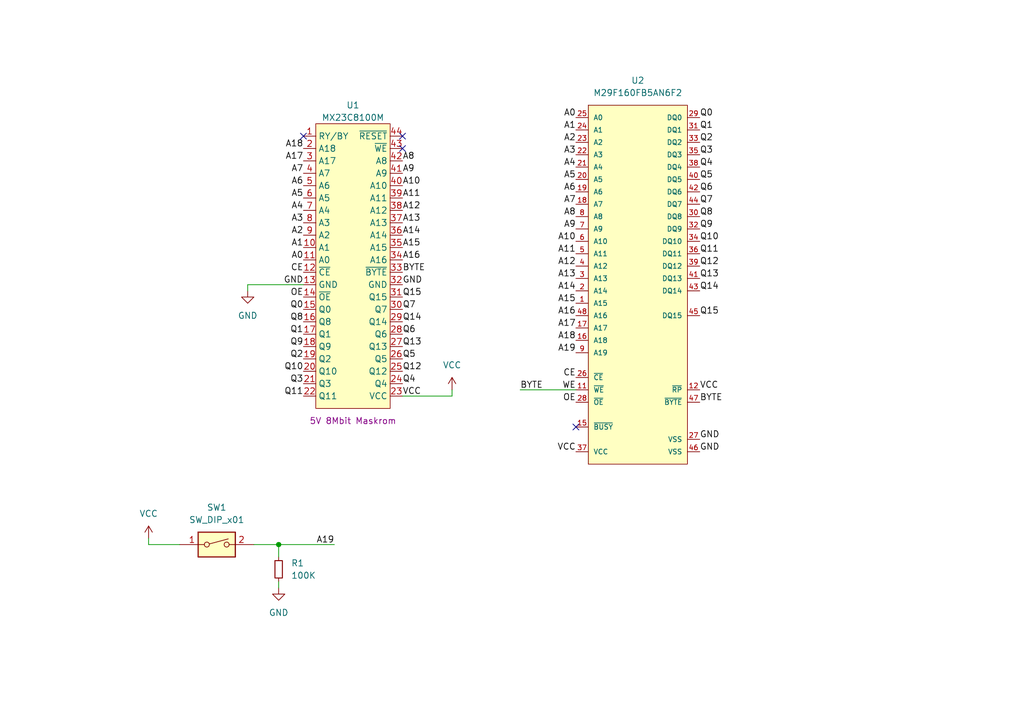
<source format=kicad_sch>
(kicad_sch (version 20230121) (generator eeschema)
  (paper "A5")
  (lib_symbols
    (symbol "Device:R_Small" (pin_numbers hide) (pin_names (offset 0.254) hide)
      (property "Reference" "R" (at 0.762 0.508 0))
      (property "Value" "R_Small" (at 0.762 -1.016 0))
      (symbol "R_Small_0_1"
        (rectangle (start -0.762 1.778) (end 0.762 -1.778) (stroke (width 0.2032)))
      )
      (symbol "R_Small_1_1"
        (pin passive line (at 0 2.54 270) (length 0.762) (name "~") (number "1"))
        (pin passive line (at 0 -2.54 90) (length 0.762) (name "~") (number "2"))
      )
    )
    (symbol "QChord_FLASH:M29F160FB5AN6F2" (pin_names (offset 1.016))
      (property "Reference" "U" (at 0 5.08 0))
      (property "Value" "M29F160FB5AN6F2" (at 0 7.62 0))
      (symbol "M29F160FB5AN6F2_1_1"
        (rectangle (start 5.08 2.54) (end 25.4 -71.12) (fill (type background)))
        (pin input line (at 2.54 -38.1 0) (length 2.54) (name "A15") (number "1"))
        (pin no_connect line (at 27.94 -45.72 180) (length 2.54) hide (name "NC") (number "10"))
        (pin input line (at 2.54 -55.88 0) (length 2.54) (name "~{WE}") (number "11"))
        (pin input line (at 27.94 -55.88 180) (length 2.54) (name "~{RP}") (number "12"))
        (pin no_connect line (at 27.94 -48.26 180) (length 2.54) hide (name "NC") (number "13"))
        (pin no_connect line (at 27.94 -50.8 180) (length 2.54) hide (name "NC") (number "14"))
        (pin passive line (at 2.54 -63.5 0) (length 2.54) (name "~{BUSY}") (number "15"))
        (pin input line (at 2.54 -45.72 0) (length 2.54) (name "A18") (number "16"))
        (pin input line (at 2.54 -43.18 0) (length 2.54) (name "A17") (number "17"))
        (pin input line (at 2.54 -17.78 0) (length 2.54) (name "A7") (number "18"))
        (pin input line (at 2.54 -15.24 0) (length 2.54) (name "A6") (number "19"))
        (pin input line (at 2.54 -35.56 0) (length 2.54) (name "A14") (number "2"))
        (pin input line (at 2.54 -12.7 0) (length 2.54) (name "A5") (number "20"))
        (pin input line (at 2.54 -10.16 0) (length 2.54) (name "A4") (number "21"))
        (pin input line (at 2.54 -7.62 0) (length 2.54) (name "A3") (number "22"))
        (pin input line (at 2.54 -5.08 0) (length 2.54) (name "A2") (number "23"))
        (pin input line (at 2.54 -2.54 0) (length 2.54) (name "A1") (number "24"))
        (pin input line (at 2.54 0 0) (length 2.54) (name "A0") (number "25"))
        (pin input line (at 2.54 -53.34 0) (length 2.54) (name "~{CE}") (number "26"))
        (pin power_in line (at 27.94 -66.04 180) (length 2.54) (name "VSS") (number "27"))
        (pin input line (at 2.54 -58.42 0) (length 2.54) (name "~{OE}") (number "28"))
        (pin bidirectional line (at 27.94 0 180) (length 2.54) (name "DQ0") (number "29"))
        (pin input line (at 2.54 -33.02 0) (length 2.54) (name "A13") (number "3"))
        (pin bidirectional line (at 27.94 -20.32 180) (length 2.54) (name "DQ8") (number "30"))
        (pin bidirectional line (at 27.94 -2.54 180) (length 2.54) (name "DQ1") (number "31"))
        (pin bidirectional line (at 27.94 -22.86 180) (length 2.54) (name "DQ9") (number "32"))
        (pin bidirectional line (at 27.94 -5.08 180) (length 2.54) (name "DQ2") (number "33"))
        (pin bidirectional line (at 27.94 -25.4 180) (length 2.54) (name "DQ10") (number "34"))
        (pin bidirectional line (at 27.94 -7.62 180) (length 2.54) (name "DQ3") (number "35"))
        (pin bidirectional line (at 27.94 -27.94 180) (length 2.54) (name "DQ11") (number "36"))
        (pin power_in line (at 2.54 -68.58 0) (length 2.54) (name "VCC") (number "37"))
        (pin bidirectional line (at 27.94 -10.16 180) (length 2.54) (name "DQ4") (number "38"))
        (pin bidirectional line (at 27.94 -30.48 180) (length 2.54) (name "DQ12") (number "39"))
        (pin input line (at 2.54 -30.48 0) (length 2.54) (name "A12") (number "4"))
        (pin bidirectional line (at 27.94 -12.7 180) (length 2.54) (name "DQ5") (number "40"))
        (pin bidirectional line (at 27.94 -33.02 180) (length 2.54) (name "DQ13") (number "41"))
        (pin bidirectional line (at 27.94 -15.24 180) (length 2.54) (name "DQ6") (number "42"))
        (pin bidirectional line (at 27.94 -35.56 180) (length 2.54) (name "DQ14") (number "43"))
        (pin bidirectional line (at 27.94 -17.78 180) (length 2.54) (name "DQ7") (number "44"))
        (pin bidirectional line (at 27.94 -40.64 180) (length 2.54) (name "DQ15") (number "45"))
        (pin power_in line (at 27.94 -68.58 180) (length 2.54) (name "VSS") (number "46"))
        (pin input line (at 27.94 -58.42 180) (length 2.54) (name "~{BYTE}") (number "47"))
        (pin input line (at 2.54 -40.64 0) (length 2.54) (name "A16") (number "48"))
        (pin input line (at 2.54 -27.94 0) (length 2.54) (name "A11") (number "5"))
        (pin input line (at 2.54 -25.4 0) (length 2.54) (name "A10") (number "6"))
        (pin input line (at 2.54 -22.86 0) (length 2.54) (name "A9") (number "7"))
        (pin input line (at 2.54 -20.32 0) (length 2.54) (name "A8") (number "8"))
        (pin input line (at 2.54 -48.26 0) (length 2.54) (name "A19") (number "9"))
      )
    )
    (symbol "QChord_Soundbank:GM23C8100"
      (property "Reference" "U" (at 7.62 2.54 0))
      (property "Value" "8Mbit ROM" (at 7.62 0 0))
      (symbol "GM23C8100_1_1"
        (rectangle (start 0 -1.27) (end 15.24 -59.69) (fill (type background)))
        (pin input line (at -2.54 -3.81 0) (length 2.54) (name "RY/BY") (number "1"))
        (pin input line (at -2.54 -26.67 0) (length 2.54) (name "A1") (number "10"))
        (pin input line (at -2.54 -29.21 0) (length 2.54) (name "A0") (number "11"))
        (pin input line (at -2.54 -31.75 0) (length 2.54) (name "~{CE}") (number "12"))
        (pin input line (at -2.54 -34.29 0) (length 2.54) (name "GND") (number "13"))
        (pin input line (at -2.54 -36.83 0) (length 2.54) (name "~{OE}") (number "14"))
        (pin input line (at -2.54 -39.37 0) (length 2.54) (name "Q0") (number "15"))
        (pin input line (at -2.54 -41.91 0) (length 2.54) (name "Q8") (number "16"))
        (pin input line (at -2.54 -44.45 0) (length 2.54) (name "Q1") (number "17"))
        (pin input line (at -2.54 -46.99 0) (length 2.54) (name "Q9") (number "18"))
        (pin input line (at -2.54 -49.53 0) (length 2.54) (name "Q2") (number "19"))
        (pin input line (at -2.54 -6.35 0) (length 2.54) (name "A18") (number "2"))
        (pin input line (at -2.54 -52.07 0) (length 2.54) (name "Q10") (number "20"))
        (pin input line (at -2.54 -54.61 0) (length 2.54) (name "Q3") (number "21"))
        (pin input line (at -2.54 -57.15 0) (length 2.54) (name "Q11") (number "22"))
        (pin input line (at 17.78 -57.15 180) (length 2.54) (name "VCC") (number "23"))
        (pin input line (at 17.78 -54.61 180) (length 2.54) (name "Q4") (number "24"))
        (pin input line (at 17.78 -52.07 180) (length 2.54) (name "Q12") (number "25"))
        (pin input line (at 17.78 -49.53 180) (length 2.54) (name "Q5") (number "26"))
        (pin input line (at 17.78 -46.99 180) (length 2.54) (name "Q13") (number "27"))
        (pin input line (at 17.78 -44.45 180) (length 2.54) (name "Q6") (number "28"))
        (pin input line (at 17.78 -41.91 180) (length 2.54) (name "Q14") (number "29"))
        (pin input line (at -2.54 -8.89 0) (length 2.54) (name "A17") (number "3"))
        (pin input line (at 17.78 -39.37 180) (length 2.54) (name "Q7") (number "30"))
        (pin input line (at 17.78 -36.83 180) (length 2.54) (name "Q15") (number "31"))
        (pin input line (at 17.78 -34.29 180) (length 2.54) (name "GND") (number "32"))
        (pin input line (at 17.78 -31.75 180) (length 2.54) (name "~{BYTE}") (number "33"))
        (pin input line (at 17.78 -29.21 180) (length 2.54) (name "A16") (number "34"))
        (pin input line (at 17.78 -26.67 180) (length 2.54) (name "A15") (number "35"))
        (pin input line (at 17.78 -24.13 180) (length 2.54) (name "A14") (number "36"))
        (pin input line (at 17.78 -21.59 180) (length 2.54) (name "A13") (number "37"))
        (pin input line (at 17.78 -19.05 180) (length 2.54) (name "A12") (number "38"))
        (pin input line (at 17.78 -16.51 180) (length 2.54) (name "A11") (number "39"))
        (pin input line (at -2.54 -11.43 0) (length 2.54) (name "A7") (number "4"))
        (pin input line (at 17.78 -13.97 180) (length 2.54) (name "A10") (number "40"))
        (pin input line (at 17.78 -11.43 180) (length 2.54) (name "A9") (number "41"))
        (pin input line (at 17.78 -8.89 180) (length 2.54) (name "A8") (number "42"))
        (pin input line (at 17.78 -6.35 180) (length 2.54) (name "~{WE}") (number "43"))
        (pin input line (at 17.78 -3.81 180) (length 2.54) (name "~{RESET}") (number "44"))
        (pin input line (at -2.54 -13.97 0) (length 2.54) (name "A6") (number "5"))
        (pin input line (at -2.54 -16.51 0) (length 2.54) (name "A5") (number "6"))
        (pin input line (at -2.54 -19.05 0) (length 2.54) (name "A4") (number "7"))
        (pin input line (at -2.54 -21.59 0) (length 2.54) (name "A3") (number "8"))
        (pin input line (at -2.54 -24.13 0) (length 2.54) (name "A2") (number "9"))
      )
    )
    (symbol "Switch:SW_DIP_x01" (pin_names (offset 0) hide)
      (property "Reference" "SW" (at 0 3.81 0))
      (property "Value" "SW_DIP_x01" (at 0 -3.81 0))
      (symbol "SW_DIP_x01_0_0"
        (circle (center -2.032 0) (radius 0.508))
        (polyline (pts (xy -1.524 0.127) (xy 2.3622 1.1684)))
        (circle (center 2.032 0) (radius 0.508))
      )
      (symbol "SW_DIP_x01_0_1"
        (rectangle (start -3.81 2.54) (end 3.81 -2.54) (stroke (width 0.254)) (fill (type background)))
      )
      (symbol "SW_DIP_x01_1_1"
        (pin passive line (at -7.62 0 0) (length 5.08) (name "~") (number "1"))
        (pin passive line (at 7.62 0 180) (length 5.08) (name "~") (number "2"))
      )
    )
    (symbol "power:GND" (power) (pin_names (offset 0))
      (property "Value" "GND" (at 0 -3.81 0))
      (symbol "GND_0_1"
        (polyline (pts (xy 0 0) (xy 0 -1.27) (xy 1.27 -1.27) (xy 0 -2.54) (xy -1.27 -1.27) (xy 0 -1.27)))
      )
      (symbol "GND_1_1"
        (pin power_in line (at 0 0 270) (length 0) hide (name "GND") (number "1"))
      )
    )
    (symbol "power:VCC" (power) (pin_names (offset 0))
      (property "Value" "VCC" (at 0 3.81 0))
      (symbol "VCC_0_1"
        (polyline (pts (xy -0.762 1.27) (xy 0 2.54)))
        (polyline (pts (xy 0 0) (xy 0 2.54)))
        (polyline (pts (xy 0 2.54) (xy 0.762 1.27)))
      )
      (symbol "VCC_1_1"
        (pin power_in line (at 0 0 90) (length 0) hide (name "VCC") (number "1"))
      )
    )
  )
  (junction (at 57.15 111.76))
  (no_connect (at 82.55 27.94))
  (no_connect (at 118.11 87.63))
  (no_connect (at 62.23 27.94))
  (no_connect (at 82.55 30.48))
  (wire (pts (xy 30.48 111.76) (xy 36.83 111.76)))
  (wire (pts (xy 57.15 119.38) (xy 57.15 120.65)))
  (wire (pts (xy 50.8 58.42) (xy 62.23 58.42)))
  (wire (pts (xy 52.07 111.76) (xy 57.15 111.76)))
  (wire (pts (xy 92.71 80.01) (xy 92.71 81.28)))
  (wire (pts (xy 50.8 59.69) (xy 50.8 58.42)))
  (wire (pts (xy 57.15 111.76) (xy 68.58 111.76)))
  (wire (pts (xy 92.71 81.28) (xy 82.55 81.28)))
  (wire (pts (xy 106.68 80.01) (xy 118.11 80.01)))
  (wire (pts (xy 57.15 114.3) (xy 57.15 111.76)))
  (wire (pts (xy 30.48 110.49) (xy 30.48 111.76)))
  (label "Q1" (at 143.51 26.67 0))
  (label "Q0" (at 62.23 63.5 180))
  (label "Q2" (at 143.51 29.21 0))
  (label "Q13" (at 82.55 71.12 0))
  (label "Q6" (at 143.51 39.37 0))
  (label "Q3" (at 143.51 31.75 0))
  (label "A5" (at 118.11 36.83 180))
  (label "Q12" (at 82.55 76.2 0))
  (label "Q14" (at 143.51 59.69 0))
  (label "CE" (at 118.11 77.47 180))
  (label "A12" (at 82.55 43.18 0))
  (label "A16" (at 82.55 53.34 0))
  (label "Q10" (at 143.51 49.53 0))
  (label "A6" (at 118.11 39.37 180))
  (label "A10" (at 118.11 49.53 180))
  (label "Q7" (at 82.55 63.5 0))
  (label "Q4" (at 143.51 34.29 0))
  (label "GND" (at 143.51 92.71 0))
  (label "Q9" (at 143.51 46.99 0))
  (label "A14" (at 82.55 48.26 0))
  (label "A12" (at 118.11 54.61 180))
  (label "A19" (at 68.58 111.76 180))
  (label "Q11" (at 62.23 81.28 180))
  (label "A13" (at 118.11 57.15 180))
  (label "Q2" (at 62.23 73.66 180))
  (label "A7" (at 62.23 35.56 180))
  (label "Q6" (at 82.55 68.58 0))
  (label "Q7" (at 143.51 41.91 0))
  (label "A10" (at 82.55 38.1 0))
  (label "A9" (at 118.11 46.99 180))
  (label "A3" (at 118.11 31.75 180))
  (label "A2" (at 62.23 48.26 180))
  (label "A2" (at 118.11 29.21 180))
  (label "BYTE" (at 143.51 82.55 0))
  (label "A0" (at 118.11 24.13 180))
  (label "A1" (at 118.11 26.67 180))
  (label "Q9" (at 62.23 71.12 180))
  (label "CE" (at 62.23 55.88 180))
  (label "A17" (at 118.11 67.31 180))
  (label "A7" (at 118.11 41.91 180))
  (label "A8" (at 118.11 44.45 180))
  (label "A13" (at 82.55 45.72 0))
  (label "A0" (at 62.23 53.34 180))
  (label "GND" (at 82.55 58.42 0))
  (label "VCC" (at 82.55 81.28 0))
  (label "OE" (at 118.11 82.55 180))
  (label "Q15" (at 82.55 60.96 0))
  (label "GND" (at 143.51 90.17 0))
  (label "A5" (at 62.23 40.64 180))
  (label "A14" (at 118.11 59.69 180))
  (label "OE" (at 62.23 60.96 180))
  (label "Q5" (at 82.55 73.66 0))
  (label "Q0" (at 143.51 24.13 0))
  (label "Q5" (at 143.51 36.83 0))
  (label "Q10" (at 62.23 76.2 180))
  (label "A15" (at 82.55 50.8 0))
  (label "A9" (at 82.55 35.56 0))
  (label "Q4" (at 82.55 78.74 0))
  (label "A3" (at 62.23 45.72 180))
  (label "A16" (at 118.11 64.77 180))
  (label "BYTE" (at 82.55 55.88 0))
  (label "GND" (at 62.23 58.42 180))
  (label "A6" (at 62.23 38.1 180))
  (label "A4" (at 62.23 43.18 180))
  (label "A1" (at 62.23 50.8 180))
  (label "Q8" (at 143.51 44.45 0))
  (label "A17" (at 62.23 33.02 180))
  (label "WE" (at 118.11 80.01 180))
  (label "Q3" (at 62.23 78.74 180))
  (label "A18" (at 62.23 30.48 180))
  (label "Q15" (at 143.51 64.77 0))
  (label "A8" (at 82.55 33.02 0))
  (label "A18" (at 118.11 69.85 180))
  (label "A15" (at 118.11 62.23 180))
  (label "A11" (at 82.55 40.64 0))
  (label "A11" (at 118.11 52.07 180))
  (label "Q8" (at 62.23 66.04 180))
  (label "BYTE" (at 106.68 80.01 0))
  (label "A19" (at 118.11 72.39 180))
  (label "A4" (at 118.11 34.29 180))
  (label "Q12" (at 143.51 54.61 0))
  (label "Q11" (at 143.51 52.07 0))
  (label "Q1" (at 62.23 68.58 180))
  (label "Q14" (at 82.55 66.04 0))
  (label "VCC" (at 143.51 80.01 0))
  (label "VCC" (at 118.11 92.71 180))
  (label "Q13" (at 143.51 57.15 0))
  (symbol (lib_id "power:GND") (at 57.15 120.65 0) (unit 1)
    (property "Reference" "#PWR04" (effects hide))
    (property "Value" "GND" (at 57.15 125.73 0))
  )
  (symbol (lib_id "Switch:SW_DIP_x01") (at 44.45 111.76 0) (unit 1)
    (property "Reference" "SW1" (at 44.45 104.14 0))
    (property "Value" "SW_DIP_x01" (at 44.45 106.68 0))
    (property "Footprint" "Button_Switch_SMD:SW_DIP_SPSTx01_Slide_9.78x4.72mm_W8.61mm_P2.54mm" (effects hide))
  )
  (symbol (lib_id "power:VCC") (at 30.48 110.49 0) (unit 1)
    (property "Reference" "#PWR03" (effects hide))
    (property "Value" "VCC" (at 30.48 105.41 0))
  )
  (symbol (lib_id "power:GND") (at 50.8 59.69 0) (unit 1)
    (property "Reference" "#PWR01" (effects hide))
    (property "Value" "GND" (at 50.8 64.77 0))
  )
  (symbol (lib_id "Device:R_Small") (at 57.15 116.84 180) (unit 1)
    (property "Reference" "R1" (at 59.69 115.57 0) (effects (justify right)))
    (property "Value" "100K" (at 59.69 118.11 0) (effects (justify right)))
    (property "Footprint" "Resistor_SMD:R_0805_2012Metric_Pad1.20x1.40mm_HandSolder" (effects hide))
  )
  (symbol (lib_id "power:VCC") (at 92.71 80.01 0) (unit 1)
    (property "Reference" "#PWR02" (effects hide))
    (property "Value" "VCC" (at 92.71 74.93 0))
  )
  (symbol (lib_id "QChord_Soundbank:GM23C8100") (at 64.77 24.13 0) (unit 1)
    (property "Reference" "U1" (at 72.39 21.59 0))
    (property "Value" "MX23C8100M" (at 72.39 24.13 0))
    (property "Footprint" "QChord_Soundbank:PSOP-44_Castellated" (effects hide))
    (property "Datasheet" "https://pdf1.alldatasheet.com/datasheet-pdf/view/74427/MCNIX/MX23C8100.html" (effects hide))
    (property "Notes" "5V 8Mbit Maskrom" (at 72.39 86.36 0))
  )
  (symbol (lib_id "QChord_FLASH:M29F160FB5AN6F2") (at 115.57 24.13 0) (unit 1)
    (property "Reference" "U2" (at 130.81 16.51 0))
    (property "Value" "M29F160FB5AN6F2" (at 130.81 19.05 0))
    (property "Footprint" "QChord_FLASH:Micron-M29F160FB5AN6F2-Manufacturer_Recommended" (effects hide))
    (property "Datasheet" "http://www.micron.com/~{/media/Documents/Products/Data%20Sheet/NOR%20Flash/M29FxxFT%20FB.pdf}" (effects hide))
    (property "Component Link 1 Description" "Manufacturer URL" (effects hide))
    (property "Component Link 1 URL" "http://www.micron.com/" (effects hide))
    (property "Component Link 3 Description" "Package Specification" (effects hide))
    (property "Component Link 3 URL" "http://www.micron.com/~{/media/Documents/Products/Data%20Sheet/NOR%20Flash/Parallel/P30/306666_P30_130nm_Discrete_DS.pdf}" (effects hide))
    (property "Datasheet Version" "Rev. 9" (effects hide))
    (property "Density" "16MbÂ " (effects hide))
    (property "Mounting Technology" "Surface Mount" (effects hide))
    (property "Op Temp" "-40C to +85CÂ " (effects hide))
    (property "Package Description" "48-Pin TSOP, 18.4 X 12 mm, Pitch 0.5 mm" (effects hide))
    (property "Package Version" "Rev 11" (effects hide))
    (property "Part Family" "M29FÂ " (effects hide))
    (property "Speed" "55nsÂ " (effects hide))
    (property "Voltage" "4.5V-5.5VÂ " (effects hide))
    (property "Width" "x8/x16Â " (effects hide))
    (property "category" "IC" (effects hide))
    (property "ciiva ids" "2377105" (effects hide))
    (property "library id" "b2d61423f49c5316" (effects hide))
    (property "manufacturer" "Micron" (effects hide))
    (property "package" "MICT-N-48" (effects hide))
    (property "release date" "1354234464" (effects hide))
    (property "vault revision" "97B237C9-C002-4194-BED6-A70EEE5D16BF" (effects hide))
    (property "imported" "yes" (effects hide))
  )
)
</source>
